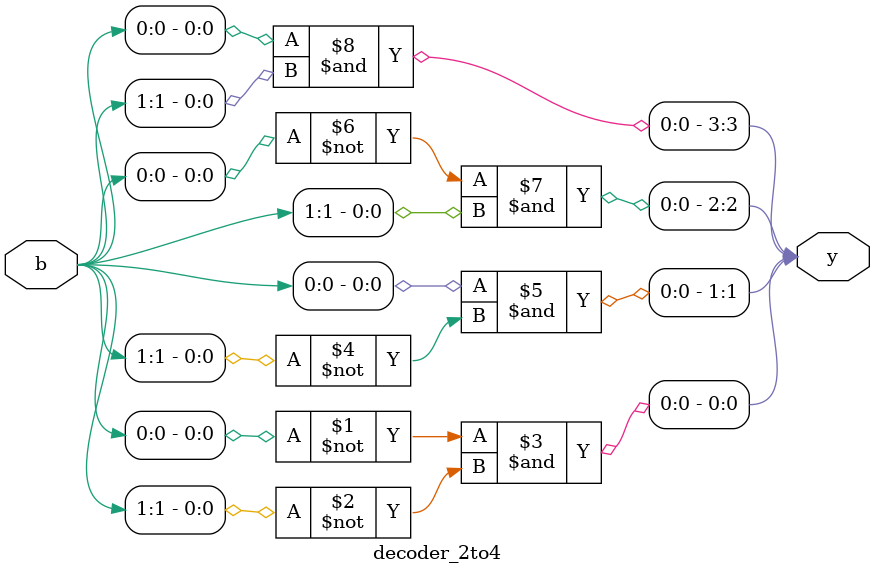
<source format=v>
`timescale 1ns / 1ps

module decoder_2to4(
    output [3:0] y,
    input[1:0] b
    );
    
    assign y[0]= (~b[0]) & (~b[1]);
    assign y[1]= (b[0]) & (~b[1]);
    assign y[2]= (~b[0]) & (b[1]);
    assign y[3]= (b[0]) & (b[1]);
endmodule

</source>
